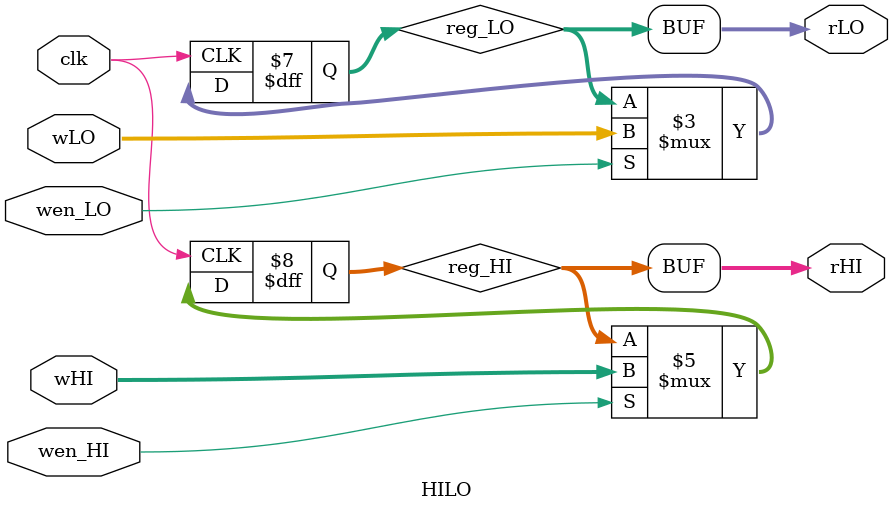
<source format=v>
module regfile(
    input         clk,
    // READ PORT 1
    input  [ 4:0] raddr1,
    output [31:0] rdata1,
    // READ PORT 2
    input  [ 4:0] raddr2,
    output [31:0] rdata2,
    // WRITE PORT
    input         we,       //write enable, HIGH valid
    input  [ 4:0] waddr,
    input  [31:0] wdata
);
reg [31:0] rf[31:0];

//WRITE
always @(posedge clk) begin
    if (we) rf[waddr]<= wdata;
end

//READ OUT 1
assign rdata1 = (raddr1==5'b0) ? 32'b0 : rf[raddr1];

//READ OUT 2
assign rdata2 = (raddr2==5'b0) ? 32'b0 : rf[raddr2];

endmodule


module HILO(
    input clk,
    input wen_HI,
    input [31:0] wHI,
    input wen_LO,
    input [31:0] wLO,
    output [31:0] rHI,
    output [31:0] rLO
);
    reg [31:0] reg_HI;
    reg [31:0] reg_LO;
    
    always @(posedge clk) begin
        if(wen_HI)
            reg_HI<=wHI;
    end
    always @(posedge clk) begin
        if(wen_LO)
            reg_LO<=wLO;
    end
    assign rHI=reg_HI;
    assign rLO=reg_LO;
endmodule
</source>
